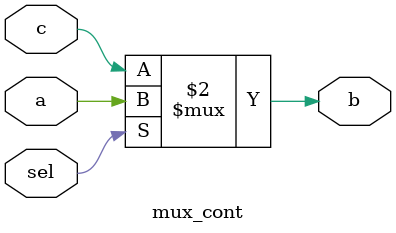
<source format=v>
`timescale 1ns / 1ps
module mux_cont(input a, c, sel, output b);
   assign b = (sel == 0) ? c : a;
endmodule


</source>
